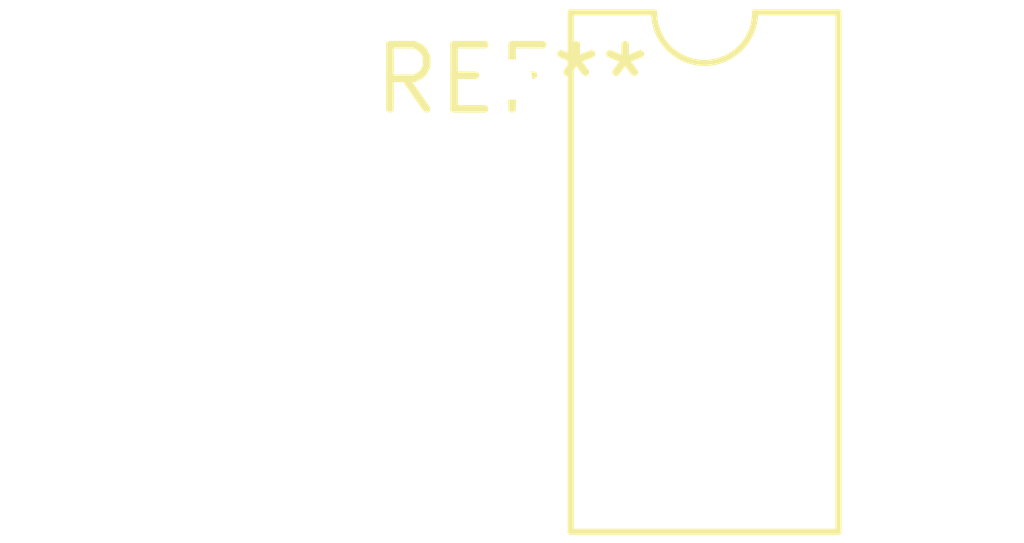
<source format=kicad_pcb>
(kicad_pcb (version 20240108) (generator pcbnew)
  (layers (0 "F.Cu" signal) (31 "B.Cu" signal) (34 "B.Paste" user) (35 "F.Paste" user) (36 "B.SilkS" user "B.Silkscreen") (37 "F.SilkS" user "F.Silkscreen") (38 "B.Mask" user) (39 "F.Mask" user) (44 "Edge.Cuts" user))
  (net 0 "")
  (footprint "DIP-8-N7_W7.62mm" (layer "F.Cu") (at 0 0)
    (property "Reference" "REF**")
    (property "Value" "DIP-8-N7_W7.62mm")
    (fp_line (start 1.16 -1.33) (end 1.16 8.95) (layer "F.SilkS") (stroke (width 0.12)))
    (fp_line (start 1.16 8.95) (end 6.46 8.95) (layer "F.SilkS") (stroke (width 0.12)))
    (fp_line (start 2.81 -1.33) (end 1.16 -1.33) (layer "F.SilkS") (stroke (width 0.12)))
    (fp_line (start 6.46 -1.33) (end 4.81 -1.33) (layer "F.SilkS") (stroke (width 0.12)))
    (fp_line (start 6.46 8.95) (end 6.46 -1.33) (layer "F.SilkS") (stroke (width 0.12)))
    (fp_arc (start 4.81 -1.33) (mid 3.81 -0.33) (end 2.81 -1.33) (layer "F.SilkS") (stroke (width 0.12)))
    (pad "1" thru_hole rect (at 0 0) (size 1.6 1.6) (drill 0.8) (layers *.Cu *.Mask) (remove_unused_layers))
    (pad "2" thru_hole oval (at 0 2.54) (size 1.6 1.6) (drill 0.8) (layers *.Cu *.Mask) (remove_unused_layers))
    (pad "3" thru_hole oval (at 0 5.08) (size 1.6 1.6) (drill 0.8) (layers *.Cu *.Mask) (remove_unused_layers))
    (pad "4" thru_hole oval (at 0 7.62) (size 1.6 1.6) (drill 0.8) (layers *.Cu *.Mask) (remove_unused_layers))
    (pad "5" thru_hole oval (at 7.62 7.62) (size 1.6 1.6) (drill 0.8) (layers *.Cu *.Mask) (remove_unused_layers))
    (pad "6" thru_hole oval (at 7.62 5.08) (size 1.6 1.6) (drill 0.8) (layers *.Cu *.Mask) (remove_unused_layers))
    (pad "8" thru_hole oval (at 7.62 0) (size 1.6 1.6) (drill 0.8) (layers *.Cu *.Mask) (remove_unused_layers))
  )
)
</source>
